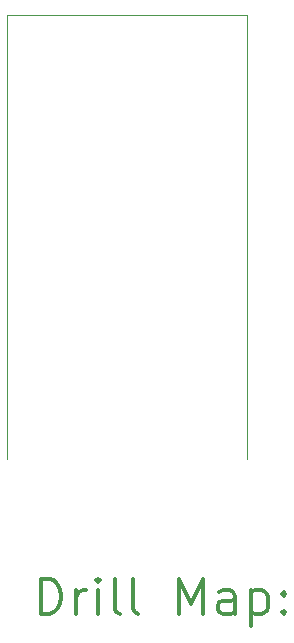
<source format=gbr>
%FSLAX45Y45*%
G04 Gerber Fmt 4.5, Leading zero omitted, Abs format (unit mm)*
G04 Created by KiCad (PCBNEW 5.1.10) date 2021-09-17 19:19:27*
%MOMM*%
%LPD*%
G01*
G04 APERTURE LIST*
%TA.AperFunction,Profile*%
%ADD10C,0.050000*%
%TD*%
%ADD11C,0.200000*%
%ADD12C,0.300000*%
G04 APERTURE END LIST*
D10*
X16078000Y-7045000D02*
X16078000Y-7061000D01*
X14089000Y-7045000D02*
X16078000Y-7045000D01*
X14048000Y-7045000D02*
X14089000Y-7045000D01*
X14048000Y-7061000D02*
X14048000Y-7045000D01*
X16078000Y-7062000D02*
X16078000Y-7061000D01*
X16078000Y-10804000D02*
X16078000Y-7062000D01*
X14048000Y-10783000D02*
X14048000Y-7061000D01*
X14048000Y-10804000D02*
X14048000Y-10783000D01*
D11*
D12*
X14329428Y-12114714D02*
X14329428Y-11814714D01*
X14400857Y-11814714D01*
X14443714Y-11829000D01*
X14472286Y-11857571D01*
X14486571Y-11886143D01*
X14500857Y-11943286D01*
X14500857Y-11986143D01*
X14486571Y-12043286D01*
X14472286Y-12071857D01*
X14443714Y-12100429D01*
X14400857Y-12114714D01*
X14329428Y-12114714D01*
X14629428Y-12114714D02*
X14629428Y-11914714D01*
X14629428Y-11971857D02*
X14643714Y-11943286D01*
X14658000Y-11929000D01*
X14686571Y-11914714D01*
X14715143Y-11914714D01*
X14815143Y-12114714D02*
X14815143Y-11914714D01*
X14815143Y-11814714D02*
X14800857Y-11829000D01*
X14815143Y-11843286D01*
X14829428Y-11829000D01*
X14815143Y-11814714D01*
X14815143Y-11843286D01*
X15000857Y-12114714D02*
X14972286Y-12100429D01*
X14958000Y-12071857D01*
X14958000Y-11814714D01*
X15158000Y-12114714D02*
X15129428Y-12100429D01*
X15115143Y-12071857D01*
X15115143Y-11814714D01*
X15500857Y-12114714D02*
X15500857Y-11814714D01*
X15600857Y-12029000D01*
X15700857Y-11814714D01*
X15700857Y-12114714D01*
X15972286Y-12114714D02*
X15972286Y-11957571D01*
X15958000Y-11929000D01*
X15929428Y-11914714D01*
X15872286Y-11914714D01*
X15843714Y-11929000D01*
X15972286Y-12100429D02*
X15943714Y-12114714D01*
X15872286Y-12114714D01*
X15843714Y-12100429D01*
X15829428Y-12071857D01*
X15829428Y-12043286D01*
X15843714Y-12014714D01*
X15872286Y-12000429D01*
X15943714Y-12000429D01*
X15972286Y-11986143D01*
X16115143Y-11914714D02*
X16115143Y-12214714D01*
X16115143Y-11929000D02*
X16143714Y-11914714D01*
X16200857Y-11914714D01*
X16229428Y-11929000D01*
X16243714Y-11943286D01*
X16258000Y-11971857D01*
X16258000Y-12057571D01*
X16243714Y-12086143D01*
X16229428Y-12100429D01*
X16200857Y-12114714D01*
X16143714Y-12114714D01*
X16115143Y-12100429D01*
X16386571Y-12086143D02*
X16400857Y-12100429D01*
X16386571Y-12114714D01*
X16372286Y-12100429D01*
X16386571Y-12086143D01*
X16386571Y-12114714D01*
X16386571Y-11929000D02*
X16400857Y-11943286D01*
X16386571Y-11957571D01*
X16372286Y-11943286D01*
X16386571Y-11929000D01*
X16386571Y-11957571D01*
M02*

</source>
